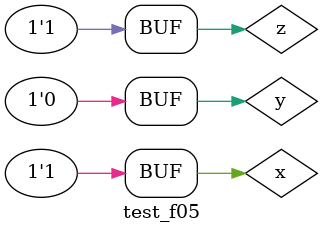
<source format=v>
/*
    -identificação: 

Guia_0605 - 07 / 09 / 2024

Nome: Davi Cândido de Almeida
Matricula: 857859
Código de Pessoa: 1527368

*/

// ----------- Expressão completa-------------- // 
module f05a ( output s, input x, input y, input z );
    // definir dado local

     assign s = x&y&~z | x&~y&~z | x&~y&z ;

endmodule 

// ----------- Expressão simplificada pelo mapa de Veitch-Karnaugh-------------- // 
module sf05a ( output s, input x, input y, input z );
    // definir dado local

  assign s =  x & (~z | ~y);
endmodule 


module test_f05;
// ------------------------- definir dados
    reg x;
    reg y;
    reg z;

 wire a;
 f05a moduloA ( a, x, y, z );
 sf05a moduloSA ( aS, x, y, z );
 
// ------------------------- parte principal
 initial
 begin : main
    $display("Guia_0605 - Davi Cândido - 857859");
    $display("Test module");
    $display("   x    y    z    a    Sa  ");
    // projetar testes do modulo
    $monitor("%4b %4b %4b %4b %4b", x, y, z, a, aS);
    x = 1'b0; y = 1'b0; z = 1'b0;
    #1 x = 1'b0; y = 1'b0; z = 1'b1;
    #1 x = 1'b0; y = 1'b1; z = 1'b0;
    #1 x = 1'b0; y = 1'b1; z = 1'b1;
    #1 x = 1'b1; y = 1'b1; z = 1'b0;
    #1 x = 1'b1; y = 1'b1; z = 1'b1;
    #1 x = 1'b1; y = 1'b0; z = 1'b0;
    #1 x = 1'b1; y = 1'b0; z = 1'b1;
 end
endmodule

/*
Guia_0605 - Davi Cândido - 857859
Test module
   x    y    z    a    Sa  
   0    0    0    0    0
   0    0    1    0    0
   0    1    0    0    0
   0    1    1    0    0
   1    1    0    1    1
   1    1    1    0    0
   1    0    0    1    1
   1    0    1    1    1
*/

/*
    -Notas:

Para compilar: iverilog -o Guia_0605.vvp Guia_0605.v
Para executar: vvp Guia_0605.vvp
*/


</source>
